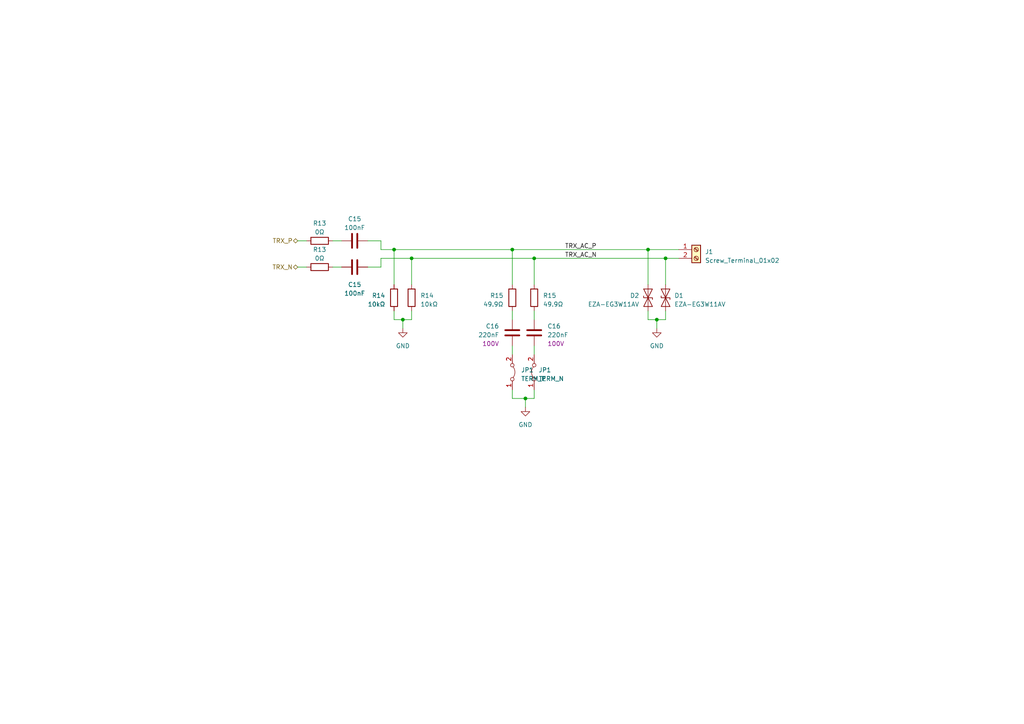
<source format=kicad_sch>
(kicad_sch (version 20230121) (generator eeschema)
  (paper "A4")
  (lib_symbols
    (symbol "Connector:Screw_Terminal_01x02" (pin_names (offset 1.016) hide)
      (property "Reference" "J" (at 0 2.54 0))
      (property "Value" "Screw_Terminal_01x02" (at 0 -5.08 0))
      (symbol "Screw_Terminal_01x02_1_1"
        (rectangle (start -1.27 1.27) (end 1.27 -3.81) (stroke (width 0.254)) (fill (type background)))
        (circle (center 0 -2.54) (radius 0.635) (stroke (width 0.1524)))
        (polyline (pts (xy -0.5334 -2.2098) (xy 0.3302 -3.048)) (stroke (width 0.1524)))
        (polyline (pts (xy -0.5334 0.3302) (xy 0.3302 -0.508)) (stroke (width 0.1524)))
        (polyline (pts (xy -0.3556 -2.032) (xy 0.508 -2.8702)) (stroke (width 0.1524)))
        (polyline (pts (xy -0.3556 0.508) (xy 0.508 -0.3302)) (stroke (width 0.1524)))
        (circle (center 0 0) (radius 0.635) (stroke (width 0.1524)))
        (pin passive line (at -5.08 0 0) (length 3.81) (name "Pin_1") (number "1"))
        (pin passive line (at -5.08 -2.54 0) (length 3.81) (name "Pin_2") (number "2"))
      )
    )
    (symbol "Device:C" (pin_numbers hide) (pin_names (offset 0.254))
      (property "Reference" "C" (at 0.635 2.54 0))
      (property "Value" "C" (at 0.635 -2.54 0))
      (symbol "C_0_1"
        (polyline (pts (xy -2.032 -0.762) (xy 2.032 -0.762)) (stroke (width 0.508)))
        (polyline (pts (xy -2.032 0.762) (xy 2.032 0.762)) (stroke (width 0.508)))
      )
      (symbol "C_1_1"
        (pin passive line (at 0 3.81 270) (length 2.794) (name "~") (number "1"))
        (pin passive line (at 0 -3.81 90) (length 2.794) (name "~") (number "2"))
      )
    )
    (symbol "Device:R" (pin_numbers hide) (pin_names (offset 0))
      (property "Reference" "R" (at 2.032 0 90))
      (property "Value" "R" (at 0 0 90))
      (symbol "R_0_1"
        (rectangle (start -1.016 -2.54) (end 1.016 2.54) (stroke (width 0.254)))
      )
      (symbol "R_1_1"
        (pin passive line (at 0 3.81 270) (length 1.27) (name "~") (number "1"))
        (pin passive line (at 0 -3.81 90) (length 1.27) (name "~") (number "2"))
      )
    )
    (symbol "Diode:ESD9B5.0ST5G" (pin_numbers hide) (pin_names (offset 1.016) hide)
      (property "Reference" "D" (at 0 2.54 0))
      (property "Value" "ESD9B5.0ST5G" (at 0 -2.54 0))
      (symbol "ESD9B5.0ST5G_0_1"
        (polyline (pts (xy 1.27 0) (xy -1.27 0)))
        (polyline (pts (xy -2.54 -1.27) (xy 0 0) (xy -2.54 1.27) (xy -2.54 -1.27)) (stroke (width 0.2032)))
        (polyline (pts (xy 0.508 1.27) (xy 0 1.27) (xy 0 -1.27) (xy -0.508 -1.27)) (stroke (width 0.2032)))
        (polyline (pts (xy 2.54 1.27) (xy 2.54 -1.27) (xy 0 0) (xy 2.54 1.27)) (stroke (width 0.2032)))
      )
      (symbol "ESD9B5.0ST5G_1_1"
        (pin passive line (at -3.81 0 0) (length 2.54) (name "A1") (number "1"))
        (pin passive line (at 3.81 0 180) (length 2.54) (name "A2") (number "2"))
      )
    )
    (symbol "Jumper:Jumper_2_Bridged" (pin_names (offset 0) hide)
      (property "Reference" "JP" (at 0 1.905 0))
      (property "Value" "Jumper_2_Bridged" (at 0 -2.54 0))
      (symbol "Jumper_2_Bridged_0_0"
        (circle (center -2.032 0) (radius 0.508))
        (circle (center 2.032 0) (radius 0.508))
      )
      (symbol "Jumper_2_Bridged_0_1"
        (arc (start 1.524 0.254) (mid 0 0.762) (end -1.524 0.254))
      )
      (symbol "Jumper_2_Bridged_1_1"
        (pin passive line (at -5.08 0 0) (length 2.54) (name "A") (number "1"))
        (pin passive line (at 5.08 0 180) (length 2.54) (name "B") (number "2"))
      )
    )
    (symbol "power:GND" (power) (pin_names (offset 0))
      (property "Value" "GND" (at 0 -3.81 0))
      (symbol "GND_0_1"
        (polyline (pts (xy 0 0) (xy 0 -1.27) (xy 1.27 -1.27) (xy 0 -2.54) (xy -1.27 -1.27) (xy 0 -1.27)))
      )
      (symbol "GND_1_1"
        (pin power_in line (at 0 0 270) (length 0) hide (name "GND") (number "1"))
      )
    )
  )
  (junction (at 187.96 72.39))
  (junction (at 119.38 74.93))
  (junction (at 152.4 115.57))
  (junction (at 193.04 74.93))
  (junction (at 114.3 72.39))
  (junction (at 148.59 72.39))
  (junction (at 190.5 92.71))
  (junction (at 116.84 92.71))
  (junction (at 154.94 74.93))
  (wire (pts (xy 154.94 100.33) (xy 154.94 102.87)))
  (wire (pts (xy 96.52 69.85) (xy 99.06 69.85)))
  (wire (pts (xy 154.94 90.17) (xy 154.94 92.71)))
  (wire (pts (xy 193.04 92.71) (xy 193.04 90.17)))
  (wire (pts (xy 106.68 77.47) (xy 110.49 77.47)))
  (wire (pts (xy 187.96 72.39) (xy 148.59 72.39)))
  (wire (pts (xy 148.59 115.57) (xy 152.4 115.57)))
  (wire (pts (xy 110.49 69.85) (xy 110.49 72.39)))
  (wire (pts (xy 154.94 115.57) (xy 154.94 113.03)))
  (wire (pts (xy 106.68 69.85) (xy 110.49 69.85)))
  (wire (pts (xy 154.94 82.55) (xy 154.94 74.93)))
  (wire (pts (xy 187.96 72.39) (xy 187.96 82.55)))
  (wire (pts (xy 110.49 72.39) (xy 114.3 72.39)))
  (wire (pts (xy 119.38 74.93) (xy 154.94 74.93)))
  (wire (pts (xy 154.94 74.93) (xy 193.04 74.93)))
  (wire (pts (xy 196.85 72.39) (xy 187.96 72.39)))
  (wire (pts (xy 114.3 72.39) (xy 114.3 82.55)))
  (wire (pts (xy 148.59 72.39) (xy 114.3 72.39)))
  (wire (pts (xy 110.49 74.93) (xy 110.49 77.47)))
  (wire (pts (xy 190.5 92.71) (xy 190.5 95.25)))
  (wire (pts (xy 86.36 77.47) (xy 88.9 77.47)))
  (wire (pts (xy 193.04 74.93) (xy 193.04 82.55)))
  (wire (pts (xy 148.59 72.39) (xy 148.59 82.55)))
  (wire (pts (xy 196.85 74.93) (xy 193.04 74.93)))
  (wire (pts (xy 148.59 100.33) (xy 148.59 102.87)))
  (wire (pts (xy 114.3 92.71) (xy 116.84 92.71)))
  (wire (pts (xy 96.52 77.47) (xy 99.06 77.47)))
  (wire (pts (xy 116.84 92.71) (xy 116.84 95.25)))
  (wire (pts (xy 119.38 74.93) (xy 110.49 74.93)))
  (wire (pts (xy 152.4 115.57) (xy 152.4 118.11)))
  (wire (pts (xy 148.59 113.03) (xy 148.59 115.57)))
  (wire (pts (xy 86.36 69.85) (xy 88.9 69.85)))
  (wire (pts (xy 187.96 90.17) (xy 187.96 92.71)))
  (wire (pts (xy 119.38 92.71) (xy 119.38 90.17)))
  (wire (pts (xy 190.5 92.71) (xy 193.04 92.71)))
  (wire (pts (xy 114.3 90.17) (xy 114.3 92.71)))
  (wire (pts (xy 116.84 92.71) (xy 119.38 92.71)))
  (wire (pts (xy 152.4 115.57) (xy 154.94 115.57)))
  (wire (pts (xy 187.96 92.71) (xy 190.5 92.71)))
  (wire (pts (xy 148.59 90.17) (xy 148.59 92.71)))
  (wire (pts (xy 119.38 82.55) (xy 119.38 74.93)))
  (label "TRX_AC_N" (at 163.83 74.93 0))
  (label "TRX_AC_P" (at 163.83 72.39 0))
  (hierarchical_label "TRX_N" (shape bidirectional) (at 86.36 77.47 180))
  (hierarchical_label "TRX_P" (shape bidirectional) (at 86.36 69.85 180))
  (symbol (lib_id "Device:R") (at 119.38 86.36 0) (unit 1)
    (property "Reference" "R14" (at 121.92 85.725 0) (effects (justify left)))
    (property "Value" "10kΩ" (at 121.92 88.265 0) (effects (justify left)))
    (property "Footprint" "Resistor_SMD:R_1206_3216Metric" (effects hide))
    (property "Farnell" "3127861" (effects hide))
  )
  (symbol (lib_id "Device:C") (at 148.59 96.52 0) (mirror y) (unit 1)
    (property "Reference" "C16" (at 144.78 94.615 0) (effects (justify left)))
    (property "Value" "220nF" (at 144.78 97.155 0) (effects (justify left)))
    (property "Footprint" "Capacitor_SMD:C_0805_2012Metric" (effects hide))
    (property "Farnell" "2494267" (effects hide))
    (property "Voltage" "100V" (at 144.78 99.695 0) (effects (justify left)))
    (instances (project "spe_dongle" (path "" (reference "C16") (unit 1)) (path "" (reference "C17") (unit 1))))
  )
  (symbol (lib_id "power:GND") (at 152.4 118.11 0) (unit 1)
    (property "Reference" "#PWR013" (effects hide))
    (property "Value" "GND" (at 152.4 123.19 0))
  )
  (symbol (lib_id "Diode:ESD9B5.0ST5G") (at 193.04 86.36 90) (unit 1)
    (property "Reference" "D1" (at 195.58 85.725 90) (effects (justify right)))
    (property "Value" "EZA-EG3W11AV" (at 195.58 88.265 90) (effects (justify right)))
    (property "Footprint" "Diode_SMD:D_0603_1608Metric" (effects hide))
    (property "Datasheet" "https://www.onsemi.com/pub/Collateral/ESD9B-D.PDF" (effects hide))
    (property "Farnell" "3219333" (effects hide))
    (instances (project "spe_dongle" (path "" (reference "D1") (unit 1)) (path "" (reference "D2") (unit 1))))
  )
  (symbol (lib_id "Device:R") (at 148.59 86.36 0) (mirror y) (unit 1)
    (property "Reference" "R15" (at 146.05 85.725 0) (effects (justify left)))
    (property "Value" "49.9Ω" (at 146.05 88.265 0) (effects (justify left)))
    (property "Footprint" "Resistor_SMD:R_1206_3216Metric" (effects hide))
    (property "Farnell" "2095158" (effects hide))
    (instances (project "spe_dongle" (path "" (reference "R15") (unit 1)) (path "" (reference "R16") (unit 1))))
  )
  (symbol (lib_id "Device:R") (at 92.71 69.85 90) (unit 1)
    (property "Reference" "R13" (at 92.71 64.77 90))
    (property "Value" "0Ω" (at 92.71 67.31 90))
    (property "Footprint" "Resistor_SMD:R_0402_1005Metric" (effects hide))
  )
  (symbol (lib_id "Device:C") (at 102.87 77.47 90) (unit 1)
    (property "Reference" "C15" (at 102.87 82.55 90))
    (property "Value" "100nF" (at 102.87 85.09 90))
    (property "Footprint" "Capacitor_SMD:C_0402_1005Metric" (effects hide))
    (instances (project "spe_dongle" (path "" (reference "C15") (unit 1)) (path "" (reference "C18") (unit 1))))
  )
  (symbol (lib_id "Device:C") (at 102.87 69.85 90) (unit 1)
    (property "Reference" "C15" (at 102.87 63.5 90))
    (property "Value" "100nF" (at 102.87 66.04 90))
    (property "Footprint" "Capacitor_SMD:C_0402_1005Metric" (effects hide))
  )
  (symbol (lib_id "power:GND") (at 116.84 95.25 0) (unit 1)
    (property "Reference" "#PWR014" (effects hide))
    (property "Value" "GND" (at 116.84 100.33 0))
  )
  (symbol (lib_id "Device:C") (at 154.94 96.52 0) (unit 1)
    (property "Reference" "C16" (at 158.75 94.615 0) (effects (justify left)))
    (property "Value" "220nF" (at 158.75 97.155 0) (effects (justify left)))
    (property "Footprint" "Capacitor_SMD:C_0805_2012Metric" (effects hide))
    (property "Farnell" "2494267" (effects hide))
    (property "Voltage" "100V" (at 158.75 99.695 0) (effects (justify left)))
  )
  (symbol (lib_id "Jumper:Jumper_2_Bridged") (at 148.59 107.95 270) (mirror x) (unit 1)
    (property "Reference" "JP1" (at 151.13 107.315 90) (effects (justify left)))
    (property "Value" "TERM_P" (at 151.13 109.855 90) (effects (justify left)))
    (property "Footprint" "Connector_PinHeader_2.54mm:PinHeader_1x02_P2.54mm_Vertical" (effects hide))
    (instances (project "spe_dongle" (path "" (reference "JP1") (unit 1)) (path "" (reference "JP2") (unit 1))))
  )
  (symbol (lib_id "Connector:Screw_Terminal_01x02") (at 201.93 72.39 0) (unit 1)
    (property "Reference" "J1" (at 204.47 73.025 0) (effects (justify left)))
    (property "Value" "Screw_Terminal_01x02" (at 204.47 75.565 0) (effects (justify left)))
    (property "Footprint" "TerminalBlock_4Ucon:TerminalBlock_4Ucon_1x02_P3.50mm_Horizontal" (effects hide))
  )
  (symbol (lib_id "Diode:ESD9B5.0ST5G") (at 187.96 86.36 90) (unit 1)
    (property "Reference" "D2" (at 185.42 85.725 90) (effects (justify left)))
    (property "Value" "EZA-EG3W11AV" (at 185.42 88.265 90) (effects (justify left)))
    (property "Footprint" "Diode_SMD:D_0603_1608Metric" (effects hide))
    (property "Datasheet" "https://www.onsemi.com/pub/Collateral/ESD9B-D.PDF" (effects hide))
    (property "Farnell" "3219333" (effects hide))
    (instances (project "spe_dongle" (path "" (reference "D2") (unit 1)) (path "" (reference "D1") (unit 1))))
  )
  (symbol (lib_id "Device:R") (at 114.3 86.36 0) (mirror y) (unit 1)
    (property "Reference" "R14" (at 111.76 85.725 0) (effects (justify left)))
    (property "Value" "10kΩ" (at 111.76 88.265 0) (effects (justify left)))
    (property "Footprint" "Resistor_SMD:R_1206_3216Metric" (effects hide))
    (property "Farnell" "3127861" (effects hide))
    (instances (project "spe_dongle" (path "" (reference "R14") (unit 1)) (path "" (reference "R17") (unit 1))))
  )
  (symbol (lib_id "power:GND") (at 190.5 95.25 0) (unit 1)
    (property "Reference" "#PWR012" (effects hide))
    (property "Value" "GND" (at 190.5 100.33 0))
  )
  (symbol (lib_id "Device:R") (at 154.94 86.36 0) (unit 1)
    (property "Reference" "R15" (at 157.48 85.725 0) (effects (justify left)))
    (property "Value" "49.9Ω" (at 157.48 88.265 0) (effects (justify left)))
    (property "Footprint" "Resistor_SMD:R_1206_3216Metric" (effects hide))
    (property "Farnell" "2095158" (effects hide))
  )
  (symbol (lib_id "Device:R") (at 92.71 77.47 90) (unit 1)
    (property "Reference" "R13" (at 92.71 72.39 90))
    (property "Value" "0Ω" (at 92.71 74.93 90))
    (property "Footprint" "Resistor_SMD:R_0402_1005Metric" (effects hide))
    (instances (project "spe_dongle" (path "" (reference "R13") (unit 1)) (path "" (reference "R18") (unit 1))))
  )
  (symbol (lib_id "Jumper:Jumper_2_Bridged") (at 154.94 107.95 90) (unit 1)
    (property "Reference" "JP1" (at 156.21 107.315 90) (effects (justify right)))
    (property "Value" "TERM_N" (at 156.21 109.855 90) (effects (justify right)))
    (property "Footprint" "Connector_PinHeader_2.54mm:PinHeader_1x02_P2.54mm_Vertical" (effects hide))
  )
)
</source>
